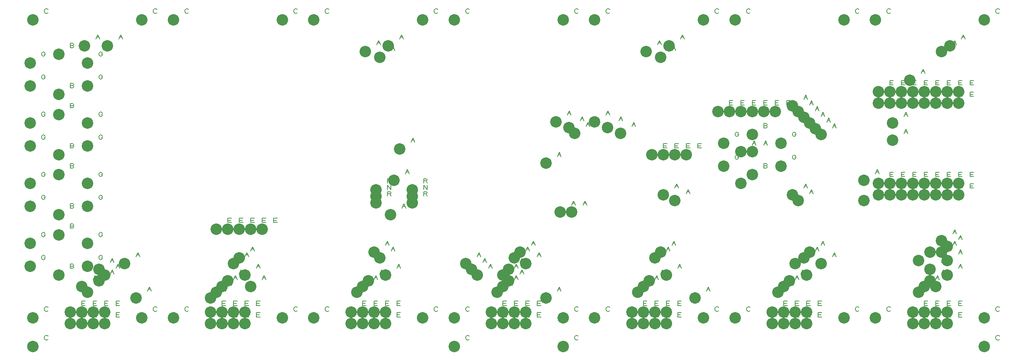
<source format=gbr>
G04 DesignSpark PCB Gerber Version 11.0 Build 5877*
G04 #@! TF.Part,Single*
G04 #@! TF.FileFunction,Drillmap*
G04 #@! TF.FilePolarity,Positive*
%FSLAX35Y35*%
%MOIN*%
%ADD18C,0.00500*%
G04 #@! TA.AperFunction,ViaPad*
%ADD17C,0.10000*%
G04 #@! TD.AperFunction*
X0Y0D02*
D02*
D17*
X17750Y90250D03*
Y110250D03*
Y142750D03*
Y162750D03*
Y195250D03*
Y215250D03*
Y247750D03*
Y267750D03*
X20250Y20250D03*
Y45250D03*
Y305250D03*
X42750Y82750D03*
Y117750D03*
Y135250D03*
Y170250D03*
Y187750D03*
Y222750D03*
Y240250D03*
Y275250D03*
X52750Y40250D03*
Y50250D03*
X62750Y40250D03*
Y50250D03*
Y72750D03*
X65250Y282750D03*
X67750Y67750D03*
Y90250D03*
Y110250D03*
Y142750D03*
Y162750D03*
Y195250D03*
Y215250D03*
Y247750D03*
Y267750D03*
X72750Y40250D03*
Y50250D03*
X77750Y77750D03*
Y87750D03*
X82750Y40250D03*
Y50250D03*
Y82750D03*
X85250Y282750D03*
X100250Y92750D03*
X110250Y62750D03*
X115250Y45250D03*
Y305250D03*
X142750Y45250D03*
Y305250D03*
X175250Y40250D03*
Y50250D03*
Y62750D03*
X180250Y67750D03*
D03*
Y122750D03*
X185250Y40250D03*
Y50250D03*
Y72750D03*
X190250Y77750D03*
Y122750D03*
X195250Y40250D03*
Y50250D03*
Y92750D03*
X200250Y97750D03*
Y122750D03*
X205250Y40250D03*
Y50250D03*
Y82750D03*
X210250Y72750D03*
Y122750D03*
X220250D03*
X237750Y45250D03*
Y305250D03*
X265250Y45250D03*
Y305250D03*
X297750Y40250D03*
Y50250D03*
X302750Y67750D03*
X307750Y40250D03*
Y50250D03*
Y72750D03*
X310250Y277750D03*
X312750Y77750D03*
X317750Y40250D03*
Y50250D03*
Y102750D03*
X319502Y145870D03*
Y151500D03*
Y157130D03*
X322750Y97750D03*
Y272750D03*
X327750Y40250D03*
Y50250D03*
Y82750D03*
X330250Y282750D03*
X332297Y135250D03*
X335250Y165250D03*
X340171Y192750D03*
X350998Y145870D03*
Y151500D03*
Y157130D03*
X360250Y45250D03*
Y305250D03*
X387750Y20250D03*
Y45250D03*
Y305250D03*
X397750Y92750D03*
X402750Y87750D03*
X407750Y82750D03*
X420250Y40250D03*
Y50250D03*
X425250Y67750D03*
X430250Y40250D03*
Y50250D03*
Y72750D03*
Y82750D03*
X435250Y77750D03*
Y87750D03*
X440250Y40250D03*
Y50250D03*
Y97750D03*
X445250Y102750D03*
X450250Y40250D03*
Y50250D03*
Y92750D03*
X467750Y62750D03*
Y180250D03*
X476500Y216500D03*
X480250Y137750D03*
X482750Y20250D03*
Y45250D03*
Y305250D03*
X487750Y211500D03*
X490250Y137750D03*
X492750Y206500D03*
X510250Y45250D03*
Y216500D03*
Y305250D03*
X521500Y211500D03*
X532750Y206500D03*
X542750Y40250D03*
Y50250D03*
X547750Y67750D03*
X552750Y40250D03*
Y50250D03*
Y72750D03*
X555250Y277750D03*
X557750Y77750D03*
X560250Y187750D03*
X562750Y40250D03*
Y50250D03*
Y97750D03*
X567750Y102750D03*
Y272750D03*
X570250Y152750D03*
Y187750D03*
X572750Y40250D03*
Y50250D03*
Y82750D03*
X575250Y282750D03*
X580250Y147750D03*
Y187750D03*
X590250D03*
X597750Y62750D03*
X605250Y45250D03*
Y305250D03*
X617750Y225250D03*
X622750Y177750D03*
Y197750D03*
X627750Y225250D03*
X632750Y45250D03*
Y305250D03*
X637750Y162750D03*
Y190250D03*
Y225250D03*
X647750Y170250D03*
Y190250D03*
Y205250D03*
Y225250D03*
X657750D03*
X665250Y40250D03*
Y50250D03*
X667750Y225250D03*
X670250Y67750D03*
X672750Y177750D03*
Y197750D03*
X675250Y40250D03*
Y50250D03*
Y72750D03*
X680250Y77750D03*
X682750Y152750D03*
Y230250D03*
X685250Y40250D03*
Y50250D03*
Y92750D03*
X687750Y147750D03*
Y225250D03*
X692750Y97750D03*
Y220250D03*
X695250Y40250D03*
Y50250D03*
Y82750D03*
X697750Y102750D03*
Y215250D03*
X702750Y210250D03*
X707750Y92750D03*
Y205250D03*
X727750Y45250D03*
Y305250D03*
X745250Y147750D03*
Y165250D03*
X755250Y45250D03*
Y305250D03*
X757750Y152750D03*
Y162750D03*
Y232750D03*
Y242750D03*
X767750Y152750D03*
Y162750D03*
Y232750D03*
Y242750D03*
X770250Y200250D03*
Y215250D03*
X777750Y152750D03*
Y162750D03*
Y232750D03*
Y242750D03*
X785250Y252750D03*
X787750Y40250D03*
Y50250D03*
Y152750D03*
Y162750D03*
Y232750D03*
Y242750D03*
X792750Y67750D03*
Y95250D03*
X797750Y40250D03*
Y50250D03*
Y72750D03*
Y152750D03*
Y162750D03*
Y232750D03*
Y242750D03*
X802750Y77750D03*
Y87750D03*
Y102750D03*
X807750Y40250D03*
Y50250D03*
Y72750D03*
Y152750D03*
Y162750D03*
Y232750D03*
Y242750D03*
X812750Y102750D03*
Y112750D03*
Y277750D03*
X817750Y40250D03*
Y50250D03*
Y82750D03*
Y95250D03*
Y107750D03*
Y152750D03*
Y162750D03*
Y232750D03*
Y242750D03*
X820250Y282750D03*
X827750Y152750D03*
Y162750D03*
Y232750D03*
Y242750D03*
X850250Y20250D03*
Y45250D03*
Y305250D03*
D02*
D18*
X29937Y97750D02*
X30875D01*
Y97437D01*
X30563Y96813D01*
X30250Y96500D01*
X29625Y96187D01*
X29000D01*
X28375Y96500D01*
X28063Y96813D01*
X27750Y97437D01*
Y98687D01*
X28063Y99313D01*
X28375Y99625D01*
X29000Y99937D01*
X29625D01*
X30250Y99625D01*
X30563Y99313D01*
X30875Y98687D01*
X29937Y117750D02*
X30875D01*
Y117437D01*
X30563Y116813D01*
X30250Y116500D01*
X29625Y116187D01*
X29000D01*
X28375Y116500D01*
X28063Y116813D01*
X27750Y117437D01*
Y118687D01*
X28063Y119313D01*
X28375Y119625D01*
X29000Y119937D01*
X29625D01*
X30250Y119625D01*
X30563Y119313D01*
X30875Y118687D01*
X29937Y150250D02*
X30875D01*
Y149937D01*
X30563Y149313D01*
X30250Y149000D01*
X29625Y148687D01*
X29000D01*
X28375Y149000D01*
X28063Y149313D01*
X27750Y149937D01*
Y151187D01*
X28063Y151813D01*
X28375Y152125D01*
X29000Y152437D01*
X29625D01*
X30250Y152125D01*
X30563Y151813D01*
X30875Y151187D01*
X29937Y170250D02*
X30875D01*
Y169937D01*
X30563Y169313D01*
X30250Y169000D01*
X29625Y168687D01*
X29000D01*
X28375Y169000D01*
X28063Y169313D01*
X27750Y169937D01*
Y171187D01*
X28063Y171813D01*
X28375Y172125D01*
X29000Y172437D01*
X29625D01*
X30250Y172125D01*
X30563Y171813D01*
X30875Y171187D01*
X29937Y202750D02*
X30875D01*
Y202437D01*
X30563Y201813D01*
X30250Y201500D01*
X29625Y201187D01*
X29000D01*
X28375Y201500D01*
X28063Y201813D01*
X27750Y202437D01*
Y203687D01*
X28063Y204313D01*
X28375Y204625D01*
X29000Y204937D01*
X29625D01*
X30250Y204625D01*
X30563Y204313D01*
X30875Y203687D01*
X29937Y222750D02*
X30875D01*
Y222437D01*
X30563Y221813D01*
X30250Y221500D01*
X29625Y221187D01*
X29000D01*
X28375Y221500D01*
X28063Y221813D01*
X27750Y222437D01*
Y223687D01*
X28063Y224313D01*
X28375Y224625D01*
X29000Y224937D01*
X29625D01*
X30250Y224625D01*
X30563Y224313D01*
X30875Y223687D01*
X29937Y255250D02*
X30875D01*
Y254937D01*
X30563Y254313D01*
X30250Y254000D01*
X29625Y253687D01*
X29000D01*
X28375Y254000D01*
X28063Y254313D01*
X27750Y254937D01*
Y256187D01*
X28063Y256813D01*
X28375Y257125D01*
X29000Y257437D01*
X29625D01*
X30250Y257125D01*
X30563Y256813D01*
X30875Y256187D01*
X29937Y275250D02*
X30875D01*
Y274937D01*
X30563Y274313D01*
X30250Y274000D01*
X29625Y273687D01*
X29000D01*
X28375Y274000D01*
X28063Y274313D01*
X27750Y274937D01*
Y276187D01*
X28063Y276813D01*
X28375Y277125D01*
X29000Y277437D01*
X29625D01*
X30250Y277125D01*
X30563Y276813D01*
X30875Y276187D01*
X33375Y26813D02*
X33063Y26500D01*
X32437Y26187D01*
X31500D01*
X30875Y26500D01*
X30563Y26813D01*
X30250Y27437D01*
Y28687D01*
X30563Y29313D01*
X30875Y29625D01*
X31500Y29937D01*
X32437D01*
X33063Y29625D01*
X33375Y29313D01*
Y51813D02*
X33063Y51500D01*
X32437Y51187D01*
X31500D01*
X30875Y51500D01*
X30563Y51813D01*
X30250Y52437D01*
Y53687D01*
X30563Y54313D01*
X30875Y54625D01*
X31500Y54937D01*
X32437D01*
X33063Y54625D01*
X33375Y54313D01*
Y311813D02*
X33063Y311500D01*
X32437Y311187D01*
X31500D01*
X30875Y311500D01*
X30563Y311813D01*
X30250Y312437D01*
Y313687D01*
X30563Y314313D01*
X30875Y314625D01*
X31500Y314937D01*
X32437D01*
X33063Y314625D01*
X33375Y314313D01*
X54937Y90563D02*
X55563Y90250D01*
X55875Y89625D01*
X55563Y89000D01*
X54937Y88687D01*
X52750D01*
Y92437D01*
X54937D01*
X55563Y92125D01*
X55875Y91500D01*
X55563Y90875D01*
X54937Y90563D01*
X52750D01*
X54937Y125563D02*
X55563Y125250D01*
X55875Y124625D01*
X55563Y124000D01*
X54937Y123687D01*
X52750D01*
Y127437D01*
X54937D01*
X55563Y127125D01*
X55875Y126500D01*
X55563Y125875D01*
X54937Y125563D01*
X52750D01*
X54937Y143063D02*
X55563Y142750D01*
X55875Y142125D01*
X55563Y141500D01*
X54937Y141187D01*
X52750D01*
Y144937D01*
X54937D01*
X55563Y144625D01*
X55875Y144000D01*
X55563Y143375D01*
X54937Y143063D01*
X52750D01*
X54937Y178063D02*
X55563Y177750D01*
X55875Y177125D01*
X55563Y176500D01*
X54937Y176187D01*
X52750D01*
Y179937D01*
X54937D01*
X55563Y179625D01*
X55875Y179000D01*
X55563Y178375D01*
X54937Y178063D01*
X52750D01*
X54937Y195563D02*
X55563Y195250D01*
X55875Y194625D01*
X55563Y194000D01*
X54937Y193687D01*
X52750D01*
Y197437D01*
X54937D01*
X55563Y197125D01*
X55875Y196500D01*
X55563Y195875D01*
X54937Y195563D01*
X52750D01*
X54937Y230563D02*
X55563Y230250D01*
X55875Y229625D01*
X55563Y229000D01*
X54937Y228687D01*
X52750D01*
Y232437D01*
X54937D01*
X55563Y232125D01*
X55875Y231500D01*
X55563Y230875D01*
X54937Y230563D01*
X52750D01*
X54937Y248063D02*
X55563Y247750D01*
X55875Y247125D01*
X55563Y246500D01*
X54937Y246187D01*
X52750D01*
Y249937D01*
X54937D01*
X55563Y249625D01*
X55875Y249000D01*
X55563Y248375D01*
X54937Y248063D01*
X52750D01*
X54937Y283063D02*
X55563Y282750D01*
X55875Y282125D01*
X55563Y281500D01*
X54937Y281187D01*
X52750D01*
Y284937D01*
X54937D01*
X55563Y284625D01*
X55875Y284000D01*
X55563Y283375D01*
X54937Y283063D01*
X52750D01*
X62750Y46187D02*
Y49937D01*
X65875D01*
X65250Y48063D02*
X62750D01*
Y46187D02*
X65875D01*
X62750Y56187D02*
Y59937D01*
X65875D01*
X65250Y58063D02*
X62750D01*
Y56187D02*
X65875D01*
X72750Y46187D02*
Y49937D01*
X75875D01*
X75250Y48063D02*
X72750D01*
Y46187D02*
X75875D01*
X72750Y56187D02*
Y59937D01*
X75875D01*
X75250Y58063D02*
X72750D01*
Y56187D02*
X75875D01*
X72750Y78687D02*
X74313Y82437D01*
X75875Y78687D01*
X73375Y80250D02*
X75250D01*
Y288687D02*
X76813Y292437D01*
X78375Y288687D01*
X75875Y290250D02*
X77750D01*
Y73687D02*
X79313Y77437D01*
X80875Y73687D01*
X78375Y75250D02*
X80250D01*
X79937Y97750D02*
X80875D01*
Y97437D01*
X80563Y96813D01*
X80250Y96500D01*
X79625Y96187D01*
X79000D01*
X78375Y96500D01*
X78063Y96813D01*
X77750Y97437D01*
Y98687D01*
X78063Y99313D01*
X78375Y99625D01*
X79000Y99937D01*
X79625D01*
X80250Y99625D01*
X80563Y99313D01*
X80875Y98687D01*
X79937Y117750D02*
X80875D01*
Y117437D01*
X80563Y116813D01*
X80250Y116500D01*
X79625Y116187D01*
X79000D01*
X78375Y116500D01*
X78063Y116813D01*
X77750Y117437D01*
Y118687D01*
X78063Y119313D01*
X78375Y119625D01*
X79000Y119937D01*
X79625D01*
X80250Y119625D01*
X80563Y119313D01*
X80875Y118687D01*
X79937Y150250D02*
X80875D01*
Y149937D01*
X80563Y149313D01*
X80250Y149000D01*
X79625Y148687D01*
X79000D01*
X78375Y149000D01*
X78063Y149313D01*
X77750Y149937D01*
Y151187D01*
X78063Y151813D01*
X78375Y152125D01*
X79000Y152437D01*
X79625D01*
X80250Y152125D01*
X80563Y151813D01*
X80875Y151187D01*
X79937Y170250D02*
X80875D01*
Y169937D01*
X80563Y169313D01*
X80250Y169000D01*
X79625Y168687D01*
X79000D01*
X78375Y169000D01*
X78063Y169313D01*
X77750Y169937D01*
Y171187D01*
X78063Y171813D01*
X78375Y172125D01*
X79000Y172437D01*
X79625D01*
X80250Y172125D01*
X80563Y171813D01*
X80875Y171187D01*
X79937Y202750D02*
X80875D01*
Y202437D01*
X80563Y201813D01*
X80250Y201500D01*
X79625Y201187D01*
X79000D01*
X78375Y201500D01*
X78063Y201813D01*
X77750Y202437D01*
Y203687D01*
X78063Y204313D01*
X78375Y204625D01*
X79000Y204937D01*
X79625D01*
X80250Y204625D01*
X80563Y204313D01*
X80875Y203687D01*
X79937Y222750D02*
X80875D01*
Y222437D01*
X80563Y221813D01*
X80250Y221500D01*
X79625Y221187D01*
X79000D01*
X78375Y221500D01*
X78063Y221813D01*
X77750Y222437D01*
Y223687D01*
X78063Y224313D01*
X78375Y224625D01*
X79000Y224937D01*
X79625D01*
X80250Y224625D01*
X80563Y224313D01*
X80875Y223687D01*
X79937Y255250D02*
X80875D01*
Y254937D01*
X80563Y254313D01*
X80250Y254000D01*
X79625Y253687D01*
X79000D01*
X78375Y254000D01*
X78063Y254313D01*
X77750Y254937D01*
Y256187D01*
X78063Y256813D01*
X78375Y257125D01*
X79000Y257437D01*
X79625D01*
X80250Y257125D01*
X80563Y256813D01*
X80875Y256187D01*
X79937Y275250D02*
X80875D01*
Y274937D01*
X80563Y274313D01*
X80250Y274000D01*
X79625Y273687D01*
X79000D01*
X78375Y274000D01*
X78063Y274313D01*
X77750Y274937D01*
Y276187D01*
X78063Y276813D01*
X78375Y277125D01*
X79000Y277437D01*
X79625D01*
X80250Y277125D01*
X80563Y276813D01*
X80875Y276187D01*
X82750Y46187D02*
Y49937D01*
X85875D01*
X85250Y48063D02*
X82750D01*
Y46187D02*
X85875D01*
X82750Y56187D02*
Y59937D01*
X85875D01*
X85250Y58063D02*
X82750D01*
Y56187D02*
X85875D01*
X87750Y83687D02*
X89313Y87437D01*
X90875Y83687D01*
X88375Y85250D02*
X90250D01*
X87750Y93687D02*
X89313Y97437D01*
X90875Y93687D01*
X88375Y95250D02*
X90250D01*
X92750Y46187D02*
Y49937D01*
X95875D01*
X95250Y48063D02*
X92750D01*
Y46187D02*
X95875D01*
X92750Y56187D02*
Y59937D01*
X95875D01*
X95250Y58063D02*
X92750D01*
Y56187D02*
X95875D01*
X92750Y88687D02*
X94313Y92437D01*
X95875Y88687D01*
X93375Y90250D02*
X95250D01*
Y288687D02*
X96813Y292437D01*
X98375Y288687D01*
X95875Y290250D02*
X97750D01*
X110250Y98687D02*
X111813Y102437D01*
X113375Y98687D01*
X110875Y100250D02*
X112750D01*
X120250Y68687D02*
X121813Y72437D01*
X123375Y68687D01*
X120875Y70250D02*
X122750D01*
X128375Y51813D02*
X128063Y51500D01*
X127437Y51187D01*
X126500D01*
X125875Y51500D01*
X125563Y51813D01*
X125250Y52437D01*
Y53687D01*
X125563Y54313D01*
X125875Y54625D01*
X126500Y54937D01*
X127437D01*
X128063Y54625D01*
X128375Y54313D01*
Y311813D02*
X128063Y311500D01*
X127437Y311187D01*
X126500D01*
X125875Y311500D01*
X125563Y311813D01*
X125250Y312437D01*
Y313687D01*
X125563Y314313D01*
X125875Y314625D01*
X126500Y314937D01*
X127437D01*
X128063Y314625D01*
X128375Y314313D01*
X155875Y51813D02*
X155563Y51500D01*
X154937Y51187D01*
X154000D01*
X153375Y51500D01*
X153063Y51813D01*
X152750Y52437D01*
Y53687D01*
X153063Y54313D01*
X153375Y54625D01*
X154000Y54937D01*
X154937D01*
X155563Y54625D01*
X155875Y54313D01*
Y311813D02*
X155563Y311500D01*
X154937Y311187D01*
X154000D01*
X153375Y311500D01*
X153063Y311813D01*
X152750Y312437D01*
Y313687D01*
X153063Y314313D01*
X153375Y314625D01*
X154000Y314937D01*
X154937D01*
X155563Y314625D01*
X155875Y314313D01*
X185250Y46187D02*
Y49937D01*
X188375D01*
X187750Y48063D02*
X185250D01*
Y46187D02*
X188375D01*
X185250Y56187D02*
Y59937D01*
X188375D01*
X187750Y58063D02*
X185250D01*
Y56187D02*
X188375D01*
X185250Y68687D02*
X186813Y72437D01*
X188375Y68687D01*
X185875Y70250D02*
X187750D01*
X190250Y73687D02*
X191813Y77437D01*
X193375Y73687D01*
X190875Y75250D02*
X192750D01*
X190250Y73687D02*
X191813Y77437D01*
X193375Y73687D01*
X190875Y75250D02*
X192750D01*
X190250Y128687D02*
Y132437D01*
X193375D01*
X192750Y130563D02*
X190250D01*
Y128687D02*
X193375D01*
X195250Y46187D02*
Y49937D01*
X198375D01*
X197750Y48063D02*
X195250D01*
Y46187D02*
X198375D01*
X195250Y56187D02*
Y59937D01*
X198375D01*
X197750Y58063D02*
X195250D01*
Y56187D02*
X198375D01*
X195250Y78687D02*
X196813Y82437D01*
X198375Y78687D01*
X195875Y80250D02*
X197750D01*
X200250Y83687D02*
X201813Y87437D01*
X203375Y83687D01*
X200875Y85250D02*
X202750D01*
X200250Y128687D02*
Y132437D01*
X203375D01*
X202750Y130563D02*
X200250D01*
Y128687D02*
X203375D01*
X205250Y46187D02*
Y49937D01*
X208375D01*
X207750Y48063D02*
X205250D01*
Y46187D02*
X208375D01*
X205250Y56187D02*
Y59937D01*
X208375D01*
X207750Y58063D02*
X205250D01*
Y56187D02*
X208375D01*
X205250Y98687D02*
X206813Y102437D01*
X208375Y98687D01*
X205875Y100250D02*
X207750D01*
X210250Y103687D02*
X211813Y107437D01*
X213375Y103687D01*
X210875Y105250D02*
X212750D01*
X210250Y128687D02*
Y132437D01*
X213375D01*
X212750Y130563D02*
X210250D01*
Y128687D02*
X213375D01*
X215250Y46187D02*
Y49937D01*
X218375D01*
X217750Y48063D02*
X215250D01*
Y46187D02*
X218375D01*
X215250Y56187D02*
Y59937D01*
X218375D01*
X217750Y58063D02*
X215250D01*
Y56187D02*
X218375D01*
X215250Y88687D02*
X216813Y92437D01*
X218375Y88687D01*
X215875Y90250D02*
X217750D01*
X220250Y78687D02*
X221813Y82437D01*
X223375Y78687D01*
X220875Y80250D02*
X222750D01*
X220250Y128687D02*
Y132437D01*
X223375D01*
X222750Y130563D02*
X220250D01*
Y128687D02*
X223375D01*
X230250D02*
Y132437D01*
X233375D01*
X232750Y130563D02*
X230250D01*
Y128687D02*
X233375D01*
X250875Y51813D02*
X250563Y51500D01*
X249937Y51187D01*
X249000D01*
X248375Y51500D01*
X248063Y51813D01*
X247750Y52437D01*
Y53687D01*
X248063Y54313D01*
X248375Y54625D01*
X249000Y54937D01*
X249937D01*
X250563Y54625D01*
X250875Y54313D01*
Y311813D02*
X250563Y311500D01*
X249937Y311187D01*
X249000D01*
X248375Y311500D01*
X248063Y311813D01*
X247750Y312437D01*
Y313687D01*
X248063Y314313D01*
X248375Y314625D01*
X249000Y314937D01*
X249937D01*
X250563Y314625D01*
X250875Y314313D01*
X278375Y51813D02*
X278063Y51500D01*
X277437Y51187D01*
X276500D01*
X275875Y51500D01*
X275563Y51813D01*
X275250Y52437D01*
Y53687D01*
X275563Y54313D01*
X275875Y54625D01*
X276500Y54937D01*
X277437D01*
X278063Y54625D01*
X278375Y54313D01*
Y311813D02*
X278063Y311500D01*
X277437Y311187D01*
X276500D01*
X275875Y311500D01*
X275563Y311813D01*
X275250Y312437D01*
Y313687D01*
X275563Y314313D01*
X275875Y314625D01*
X276500Y314937D01*
X277437D01*
X278063Y314625D01*
X278375Y314313D01*
X307750Y46187D02*
Y49937D01*
X310875D01*
X310250Y48063D02*
X307750D01*
Y46187D02*
X310875D01*
X307750Y56187D02*
Y59937D01*
X310875D01*
X310250Y58063D02*
X307750D01*
Y56187D02*
X310875D01*
X312750Y73687D02*
X314313Y77437D01*
X315875Y73687D01*
X313375Y75250D02*
X315250D01*
X317750Y46187D02*
Y49937D01*
X320875D01*
X320250Y48063D02*
X317750D01*
Y46187D02*
X320875D01*
X317750Y56187D02*
Y59937D01*
X320875D01*
X320250Y58063D02*
X317750D01*
Y56187D02*
X320875D01*
X317750Y78687D02*
X319313Y82437D01*
X320875Y78687D01*
X318375Y80250D02*
X320250D01*
Y283687D02*
X321813Y287437D01*
X323375Y283687D01*
X320875Y285250D02*
X322750D01*
Y83687D02*
X324313Y87437D01*
X325875Y83687D01*
X323375Y85250D02*
X325250D01*
X327750Y46187D02*
Y49937D01*
X330875D01*
X330250Y48063D02*
X327750D01*
Y46187D02*
X330875D01*
X327750Y56187D02*
Y59937D01*
X330875D01*
X330250Y58063D02*
X327750D01*
Y56187D02*
X330875D01*
X327750Y108687D02*
X329313Y112437D01*
X330875Y108687D01*
X328375Y110250D02*
X330250D01*
X329502Y151807D02*
Y155557D01*
X331689D01*
X332315Y155245D01*
X332627Y154620D01*
X332315Y153995D01*
X331689Y153683D01*
X329502D01*
X331689D02*
X332627Y151807D01*
X329502Y157437D02*
Y161187D01*
X332627Y157437D01*
Y161187D01*
X329502Y163067D02*
Y166817D01*
X331689D01*
X332315Y166505D01*
X332627Y165880D01*
X332315Y165255D01*
X331689Y164943D01*
X329502D01*
X331689D02*
X332627Y163067D01*
X332750Y103687D02*
X334313Y107437D01*
X335875Y103687D01*
X333375Y105250D02*
X335250D01*
X332750Y278687D02*
X334313Y282437D01*
X335875Y278687D01*
X333375Y280250D02*
X335250D01*
X337750Y46187D02*
Y49937D01*
X340875D01*
X340250Y48063D02*
X337750D01*
Y46187D02*
X340875D01*
X337750Y56187D02*
Y59937D01*
X340875D01*
X340250Y58063D02*
X337750D01*
Y56187D02*
X340875D01*
X337750Y88687D02*
X339313Y92437D01*
X340875Y88687D01*
X338375Y90250D02*
X340250D01*
Y288687D02*
X341813Y292437D01*
X343375Y288687D01*
X340875Y290250D02*
X342750D01*
X342297Y141187D02*
X343860Y144937D01*
X345422Y141187D01*
X342922Y142750D02*
X344797D01*
X345250Y171187D02*
X346813Y174937D01*
X348375Y171187D01*
X345875Y172750D02*
X347750D01*
X350171Y198687D02*
X351734Y202437D01*
X353296Y198687D01*
X350796Y200250D02*
X352671D01*
X360998Y151807D02*
Y155557D01*
X363185D01*
X363811Y155245D01*
X364123Y154620D01*
X363811Y153995D01*
X363185Y153683D01*
X360998D01*
X363185D02*
X364123Y151807D01*
X360998Y157437D02*
Y161187D01*
X364123Y157437D01*
Y161187D01*
X360998Y163067D02*
Y166817D01*
X363185D01*
X363811Y166505D01*
X364123Y165880D01*
X363811Y165255D01*
X363185Y164943D01*
X360998D01*
X363185D02*
X364123Y163067D01*
X373375Y51813D02*
X373063Y51500D01*
X372437Y51187D01*
X371500D01*
X370875Y51500D01*
X370563Y51813D01*
X370250Y52437D01*
Y53687D01*
X370563Y54313D01*
X370875Y54625D01*
X371500Y54937D01*
X372437D01*
X373063Y54625D01*
X373375Y54313D01*
Y311813D02*
X373063Y311500D01*
X372437Y311187D01*
X371500D01*
X370875Y311500D01*
X370563Y311813D01*
X370250Y312437D01*
Y313687D01*
X370563Y314313D01*
X370875Y314625D01*
X371500Y314937D01*
X372437D01*
X373063Y314625D01*
X373375Y314313D01*
X400875Y26813D02*
X400563Y26500D01*
X399937Y26187D01*
X399000D01*
X398375Y26500D01*
X398063Y26813D01*
X397750Y27437D01*
Y28687D01*
X398063Y29313D01*
X398375Y29625D01*
X399000Y29937D01*
X399937D01*
X400563Y29625D01*
X400875Y29313D01*
Y51813D02*
X400563Y51500D01*
X399937Y51187D01*
X399000D01*
X398375Y51500D01*
X398063Y51813D01*
X397750Y52437D01*
Y53687D01*
X398063Y54313D01*
X398375Y54625D01*
X399000Y54937D01*
X399937D01*
X400563Y54625D01*
X400875Y54313D01*
Y311813D02*
X400563Y311500D01*
X399937Y311187D01*
X399000D01*
X398375Y311500D01*
X398063Y311813D01*
X397750Y312437D01*
Y313687D01*
X398063Y314313D01*
X398375Y314625D01*
X399000Y314937D01*
X399937D01*
X400563Y314625D01*
X400875Y314313D01*
X407750Y98687D02*
X409313Y102437D01*
X410875Y98687D01*
X408375Y100250D02*
X410250D01*
X412750Y93687D02*
X414313Y97437D01*
X415875Y93687D01*
X413375Y95250D02*
X415250D01*
X417750Y88687D02*
X419313Y92437D01*
X420875Y88687D01*
X418375Y90250D02*
X420250D01*
X430250Y46187D02*
Y49937D01*
X433375D01*
X432750Y48063D02*
X430250D01*
Y46187D02*
X433375D01*
X430250Y56187D02*
Y59937D01*
X433375D01*
X432750Y58063D02*
X430250D01*
Y56187D02*
X433375D01*
X435250Y73687D02*
X436813Y77437D01*
X438375Y73687D01*
X435875Y75250D02*
X437750D01*
X440250Y46187D02*
Y49937D01*
X443375D01*
X442750Y48063D02*
X440250D01*
Y46187D02*
X443375D01*
X440250Y56187D02*
Y59937D01*
X443375D01*
X442750Y58063D02*
X440250D01*
Y56187D02*
X443375D01*
X440250Y78687D02*
X441813Y82437D01*
X443375Y78687D01*
X440875Y80250D02*
X442750D01*
X440250Y88687D02*
X441813Y92437D01*
X443375Y88687D01*
X440875Y90250D02*
X442750D01*
X445250Y83687D02*
X446813Y87437D01*
X448375Y83687D01*
X445875Y85250D02*
X447750D01*
X445250Y93687D02*
X446813Y97437D01*
X448375Y93687D01*
X445875Y95250D02*
X447750D01*
X450250Y46187D02*
Y49937D01*
X453375D01*
X452750Y48063D02*
X450250D01*
Y46187D02*
X453375D01*
X450250Y56187D02*
Y59937D01*
X453375D01*
X452750Y58063D02*
X450250D01*
Y56187D02*
X453375D01*
X450250Y103687D02*
X451813Y107437D01*
X453375Y103687D01*
X450875Y105250D02*
X452750D01*
X455250Y108687D02*
X456813Y112437D01*
X458375Y108687D01*
X455875Y110250D02*
X457750D01*
X460250Y46187D02*
Y49937D01*
X463375D01*
X462750Y48063D02*
X460250D01*
Y46187D02*
X463375D01*
X460250Y56187D02*
Y59937D01*
X463375D01*
X462750Y58063D02*
X460250D01*
Y56187D02*
X463375D01*
X460250Y98687D02*
X461813Y102437D01*
X463375Y98687D01*
X460875Y100250D02*
X462750D01*
X477750Y68687D02*
X479313Y72437D01*
X480875Y68687D01*
X478375Y70250D02*
X480250D01*
X477750Y186187D02*
X479313Y189937D01*
X480875Y186187D01*
X478375Y187750D02*
X480250D01*
X486500Y222437D02*
X488063Y226187D01*
X489625Y222437D01*
X487125Y224000D02*
X489000D01*
X490250Y143687D02*
X491813Y147437D01*
X493375Y143687D01*
X490875Y145250D02*
X492750D01*
X495875Y26813D02*
X495563Y26500D01*
X494937Y26187D01*
X494000D01*
X493375Y26500D01*
X493063Y26813D01*
X492750Y27437D01*
Y28687D01*
X493063Y29313D01*
X493375Y29625D01*
X494000Y29937D01*
X494937D01*
X495563Y29625D01*
X495875Y29313D01*
Y51813D02*
X495563Y51500D01*
X494937Y51187D01*
X494000D01*
X493375Y51500D01*
X493063Y51813D01*
X492750Y52437D01*
Y53687D01*
X493063Y54313D01*
X493375Y54625D01*
X494000Y54937D01*
X494937D01*
X495563Y54625D01*
X495875Y54313D01*
Y311813D02*
X495563Y311500D01*
X494937Y311187D01*
X494000D01*
X493375Y311500D01*
X493063Y311813D01*
X492750Y312437D01*
Y313687D01*
X493063Y314313D01*
X493375Y314625D01*
X494000Y314937D01*
X494937D01*
X495563Y314625D01*
X495875Y314313D01*
X497750Y217437D02*
X499313Y221187D01*
X500875Y217437D01*
X498375Y219000D02*
X500250D01*
Y143687D02*
X501813Y147437D01*
X503375Y143687D01*
X500875Y145250D02*
X502750D01*
Y212437D02*
X504313Y216187D01*
X505875Y212437D01*
X503375Y214000D02*
X505250D01*
X523375Y51813D02*
X523063Y51500D01*
X522437Y51187D01*
X521500D01*
X520875Y51500D01*
X520563Y51813D01*
X520250Y52437D01*
Y53687D01*
X520563Y54313D01*
X520875Y54625D01*
X521500Y54937D01*
X522437D01*
X523063Y54625D01*
X523375Y54313D01*
X520250Y222437D02*
X521813Y226187D01*
X523375Y222437D01*
X520875Y224000D02*
X522750D01*
X523375Y311813D02*
X523063Y311500D01*
X522437Y311187D01*
X521500D01*
X520875Y311500D01*
X520563Y311813D01*
X520250Y312437D01*
Y313687D01*
X520563Y314313D01*
X520875Y314625D01*
X521500Y314937D01*
X522437D01*
X523063Y314625D01*
X523375Y314313D01*
X531500Y217437D02*
X533063Y221187D01*
X534625Y217437D01*
X532125Y219000D02*
X534000D01*
X542750Y212437D02*
X544313Y216187D01*
X545875Y212437D01*
X543375Y214000D02*
X545250D01*
X552750Y46187D02*
Y49937D01*
X555875D01*
X555250Y48063D02*
X552750D01*
Y46187D02*
X555875D01*
X552750Y56187D02*
Y59937D01*
X555875D01*
X555250Y58063D02*
X552750D01*
Y56187D02*
X555875D01*
X557750Y73687D02*
X559313Y77437D01*
X560875Y73687D01*
X558375Y75250D02*
X560250D01*
X562750Y46187D02*
Y49937D01*
X565875D01*
X565250Y48063D02*
X562750D01*
Y46187D02*
X565875D01*
X562750Y56187D02*
Y59937D01*
X565875D01*
X565250Y58063D02*
X562750D01*
Y56187D02*
X565875D01*
X562750Y78687D02*
X564313Y82437D01*
X565875Y78687D01*
X563375Y80250D02*
X565250D01*
Y283687D02*
X566813Y287437D01*
X568375Y283687D01*
X565875Y285250D02*
X567750D01*
Y83687D02*
X569313Y87437D01*
X570875Y83687D01*
X568375Y85250D02*
X570250D01*
Y193687D02*
Y197437D01*
X573375D01*
X572750Y195563D02*
X570250D01*
Y193687D02*
X573375D01*
X572750Y46187D02*
Y49937D01*
X575875D01*
X575250Y48063D02*
X572750D01*
Y46187D02*
X575875D01*
X572750Y56187D02*
Y59937D01*
X575875D01*
X575250Y58063D02*
X572750D01*
Y56187D02*
X575875D01*
X572750Y103687D02*
X574313Y107437D01*
X575875Y103687D01*
X573375Y105250D02*
X575250D01*
X577750Y108687D02*
X579313Y112437D01*
X580875Y108687D01*
X578375Y110250D02*
X580250D01*
X577750Y278687D02*
X579313Y282437D01*
X580875Y278687D01*
X578375Y280250D02*
X580250D01*
Y158687D02*
X581813Y162437D01*
X583375Y158687D01*
X580875Y160250D02*
X582750D01*
X580250Y193687D02*
Y197437D01*
X583375D01*
X582750Y195563D02*
X580250D01*
Y193687D02*
X583375D01*
X582750Y46187D02*
Y49937D01*
X585875D01*
X585250Y48063D02*
X582750D01*
Y46187D02*
X585875D01*
X582750Y56187D02*
Y59937D01*
X585875D01*
X585250Y58063D02*
X582750D01*
Y56187D02*
X585875D01*
X582750Y88687D02*
X584313Y92437D01*
X585875Y88687D01*
X583375Y90250D02*
X585250D01*
Y288687D02*
X586813Y292437D01*
X588375Y288687D01*
X585875Y290250D02*
X587750D01*
X590250Y153687D02*
X591813Y157437D01*
X593375Y153687D01*
X590875Y155250D02*
X592750D01*
X590250Y193687D02*
Y197437D01*
X593375D01*
X592750Y195563D02*
X590250D01*
Y193687D02*
X593375D01*
X600250D02*
Y197437D01*
X603375D01*
X602750Y195563D02*
X600250D01*
Y193687D02*
X603375D01*
X607750Y68687D02*
X609313Y72437D01*
X610875Y68687D01*
X608375Y70250D02*
X610250D01*
X618375Y51813D02*
X618063Y51500D01*
X617437Y51187D01*
X616500D01*
X615875Y51500D01*
X615563Y51813D01*
X615250Y52437D01*
Y53687D01*
X615563Y54313D01*
X615875Y54625D01*
X616500Y54937D01*
X617437D01*
X618063Y54625D01*
X618375Y54313D01*
Y311813D02*
X618063Y311500D01*
X617437Y311187D01*
X616500D01*
X615875Y311500D01*
X615563Y311813D01*
X615250Y312437D01*
Y313687D01*
X615563Y314313D01*
X615875Y314625D01*
X616500Y314937D01*
X617437D01*
X618063Y314625D01*
X618375Y314313D01*
X627750Y231187D02*
Y234937D01*
X630875D01*
X630250Y233063D02*
X627750D01*
Y231187D02*
X630875D01*
X634937Y185250D02*
X635875D01*
Y184937D01*
X635563Y184313D01*
X635250Y184000D01*
X634625Y183687D01*
X634000D01*
X633375Y184000D01*
X633063Y184313D01*
X632750Y184937D01*
Y186187D01*
X633063Y186813D01*
X633375Y187125D01*
X634000Y187437D01*
X634625D01*
X635250Y187125D01*
X635563Y186813D01*
X635875Y186187D01*
X634937Y205250D02*
X635875D01*
Y204937D01*
X635563Y204313D01*
X635250Y204000D01*
X634625Y203687D01*
X634000D01*
X633375Y204000D01*
X633063Y204313D01*
X632750Y204937D01*
Y206187D01*
X633063Y206813D01*
X633375Y207125D01*
X634000Y207437D01*
X634625D01*
X635250Y207125D01*
X635563Y206813D01*
X635875Y206187D01*
X637750Y231187D02*
Y234937D01*
X640875D01*
X640250Y233063D02*
X637750D01*
Y231187D02*
X640875D01*
X645875Y51813D02*
X645563Y51500D01*
X644937Y51187D01*
X644000D01*
X643375Y51500D01*
X643063Y51813D01*
X642750Y52437D01*
Y53687D01*
X643063Y54313D01*
X643375Y54625D01*
X644000Y54937D01*
X644937D01*
X645563Y54625D01*
X645875Y54313D01*
Y311813D02*
X645563Y311500D01*
X644937Y311187D01*
X644000D01*
X643375Y311500D01*
X643063Y311813D01*
X642750Y312437D01*
Y313687D01*
X643063Y314313D01*
X643375Y314625D01*
X644000Y314937D01*
X644937D01*
X645563Y314625D01*
X645875Y314313D01*
X647750Y168687D02*
X649313Y172437D01*
X650875Y168687D01*
X648375Y170250D02*
X650250D01*
X647750Y196187D02*
X649313Y199937D01*
X650875Y196187D01*
X648375Y197750D02*
X650250D01*
X647750Y231187D02*
Y234937D01*
X650875D01*
X650250Y233063D02*
X647750D01*
Y231187D02*
X650875D01*
X659937Y178063D02*
X660563Y177750D01*
X660875Y177125D01*
X660563Y176500D01*
X659937Y176187D01*
X657750D01*
Y179937D01*
X659937D01*
X660563Y179625D01*
X660875Y179000D01*
X660563Y178375D01*
X659937Y178063D01*
X657750D01*
Y196187D02*
X659313Y199937D01*
X660875Y196187D01*
X658375Y197750D02*
X660250D01*
X659937Y213063D02*
X660563Y212750D01*
X660875Y212125D01*
X660563Y211500D01*
X659937Y211187D01*
X657750D01*
Y214937D01*
X659937D01*
X660563Y214625D01*
X660875Y214000D01*
X660563Y213375D01*
X659937Y213063D01*
X657750D01*
Y231187D02*
Y234937D01*
X660875D01*
X660250Y233063D02*
X657750D01*
Y231187D02*
X660875D01*
X667750D02*
Y234937D01*
X670875D01*
X670250Y233063D02*
X667750D01*
Y231187D02*
X670875D01*
X675250Y46187D02*
Y49937D01*
X678375D01*
X677750Y48063D02*
X675250D01*
Y46187D02*
X678375D01*
X675250Y56187D02*
Y59937D01*
X678375D01*
X677750Y58063D02*
X675250D01*
Y56187D02*
X678375D01*
X677750Y231187D02*
Y234937D01*
X680875D01*
X680250Y233063D02*
X677750D01*
Y231187D02*
X680875D01*
X680250Y73687D02*
X681813Y77437D01*
X683375Y73687D01*
X680875Y75250D02*
X682750D01*
X684937Y185250D02*
X685875D01*
Y184937D01*
X685563Y184313D01*
X685250Y184000D01*
X684625Y183687D01*
X684000D01*
X683375Y184000D01*
X683063Y184313D01*
X682750Y184937D01*
Y186187D01*
X683063Y186813D01*
X683375Y187125D01*
X684000Y187437D01*
X684625D01*
X685250Y187125D01*
X685563Y186813D01*
X685875Y186187D01*
X684937Y205250D02*
X685875D01*
Y204937D01*
X685563Y204313D01*
X685250Y204000D01*
X684625Y203687D01*
X684000D01*
X683375Y204000D01*
X683063Y204313D01*
X682750Y204937D01*
Y206187D01*
X683063Y206813D01*
X683375Y207125D01*
X684000Y207437D01*
X684625D01*
X685250Y207125D01*
X685563Y206813D01*
X685875Y206187D01*
X685250Y46187D02*
Y49937D01*
X688375D01*
X687750Y48063D02*
X685250D01*
Y46187D02*
X688375D01*
X685250Y56187D02*
Y59937D01*
X688375D01*
X687750Y58063D02*
X685250D01*
Y56187D02*
X688375D01*
X685250Y78687D02*
X686813Y82437D01*
X688375Y78687D01*
X685875Y80250D02*
X687750D01*
X690250Y83687D02*
X691813Y87437D01*
X693375Y83687D01*
X690875Y85250D02*
X692750D01*
Y158687D02*
X694313Y162437D01*
X695875Y158687D01*
X693375Y160250D02*
X695250D01*
X692750Y236187D02*
X694313Y239937D01*
X695875Y236187D01*
X693375Y237750D02*
X695250D01*
Y46187D02*
Y49937D01*
X698375D01*
X697750Y48063D02*
X695250D01*
Y46187D02*
X698375D01*
X695250Y56187D02*
Y59937D01*
X698375D01*
X697750Y58063D02*
X695250D01*
Y56187D02*
X698375D01*
X695250Y98687D02*
X696813Y102437D01*
X698375Y98687D01*
X695875Y100250D02*
X697750D01*
Y153687D02*
X699313Y157437D01*
X700875Y153687D01*
X698375Y155250D02*
X700250D01*
X697750Y231187D02*
X699313Y234937D01*
X700875Y231187D01*
X698375Y232750D02*
X700250D01*
X702750Y103687D02*
X704313Y107437D01*
X705875Y103687D01*
X703375Y105250D02*
X705250D01*
X702750Y226187D02*
X704313Y229937D01*
X705875Y226187D01*
X703375Y227750D02*
X705250D01*
Y46187D02*
Y49937D01*
X708375D01*
X707750Y48063D02*
X705250D01*
Y46187D02*
X708375D01*
X705250Y56187D02*
Y59937D01*
X708375D01*
X707750Y58063D02*
X705250D01*
Y56187D02*
X708375D01*
X705250Y88687D02*
X706813Y92437D01*
X708375Y88687D01*
X705875Y90250D02*
X707750D01*
Y108687D02*
X709313Y112437D01*
X710875Y108687D01*
X708375Y110250D02*
X710250D01*
X707750Y221187D02*
X709313Y224937D01*
X710875Y221187D01*
X708375Y222750D02*
X710250D01*
X712750Y216187D02*
X714313Y219937D01*
X715875Y216187D01*
X713375Y217750D02*
X715250D01*
X717750Y98687D02*
X719313Y102437D01*
X720875Y98687D01*
X718375Y100250D02*
X720250D01*
X717750Y211187D02*
X719313Y214937D01*
X720875Y211187D01*
X718375Y212750D02*
X720250D01*
X740875Y51813D02*
X740563Y51500D01*
X739937Y51187D01*
X739000D01*
X738375Y51500D01*
X738063Y51813D01*
X737750Y52437D01*
Y53687D01*
X738063Y54313D01*
X738375Y54625D01*
X739000Y54937D01*
X739937D01*
X740563Y54625D01*
X740875Y54313D01*
Y311813D02*
X740563Y311500D01*
X739937Y311187D01*
X739000D01*
X738375Y311500D01*
X738063Y311813D01*
X737750Y312437D01*
Y313687D01*
X738063Y314313D01*
X738375Y314625D01*
X739000Y314937D01*
X739937D01*
X740563Y314625D01*
X740875Y314313D01*
X755250Y153687D02*
X756813Y157437D01*
X758375Y153687D01*
X755875Y155250D02*
X757750D01*
X755250Y171187D02*
X756813Y174937D01*
X758375Y171187D01*
X755875Y172750D02*
X757750D01*
X768375Y51813D02*
X768063Y51500D01*
X767437Y51187D01*
X766500D01*
X765875Y51500D01*
X765563Y51813D01*
X765250Y52437D01*
Y53687D01*
X765563Y54313D01*
X765875Y54625D01*
X766500Y54937D01*
X767437D01*
X768063Y54625D01*
X768375Y54313D01*
Y311813D02*
X768063Y311500D01*
X767437Y311187D01*
X766500D01*
X765875Y311500D01*
X765563Y311813D01*
X765250Y312437D01*
Y313687D01*
X765563Y314313D01*
X765875Y314625D01*
X766500Y314937D01*
X767437D01*
X768063Y314625D01*
X768375Y314313D01*
X767750Y158687D02*
Y162437D01*
X770875D01*
X770250Y160563D02*
X767750D01*
Y158687D02*
X770875D01*
X767750Y168687D02*
Y172437D01*
X770875D01*
X770250Y170563D02*
X767750D01*
Y168687D02*
X770875D01*
X767750Y238687D02*
Y242437D01*
X770875D01*
X770250Y240563D02*
X767750D01*
Y238687D02*
X770875D01*
X767750Y248687D02*
Y252437D01*
X770875D01*
X770250Y250563D02*
X767750D01*
Y248687D02*
X770875D01*
X777750Y158687D02*
Y162437D01*
X780875D01*
X780250Y160563D02*
X777750D01*
Y158687D02*
X780875D01*
X777750Y168687D02*
Y172437D01*
X780875D01*
X780250Y170563D02*
X777750D01*
Y168687D02*
X780875D01*
X777750Y238687D02*
Y242437D01*
X780875D01*
X780250Y240563D02*
X777750D01*
Y238687D02*
X780875D01*
X777750Y248687D02*
Y252437D01*
X780875D01*
X780250Y250563D02*
X777750D01*
Y248687D02*
X780875D01*
X780250Y206187D02*
X781813Y209937D01*
X783375Y206187D01*
X780875Y207750D02*
X782750D01*
X780250Y221187D02*
X781813Y224937D01*
X783375Y221187D01*
X780875Y222750D02*
X782750D01*
X787750Y158687D02*
Y162437D01*
X790875D01*
X790250Y160563D02*
X787750D01*
Y158687D02*
X790875D01*
X787750Y168687D02*
Y172437D01*
X790875D01*
X790250Y170563D02*
X787750D01*
Y168687D02*
X790875D01*
X787750Y238687D02*
Y242437D01*
X790875D01*
X790250Y240563D02*
X787750D01*
Y238687D02*
X790875D01*
X787750Y248687D02*
Y252437D01*
X790875D01*
X790250Y250563D02*
X787750D01*
Y248687D02*
X790875D01*
X795250Y258687D02*
X796813Y262437D01*
X798375Y258687D01*
X795875Y260250D02*
X797750D01*
Y46187D02*
Y49937D01*
X800875D01*
X800250Y48063D02*
X797750D01*
Y46187D02*
X800875D01*
X797750Y56187D02*
Y59937D01*
X800875D01*
X800250Y58063D02*
X797750D01*
Y56187D02*
X800875D01*
X797750Y158687D02*
Y162437D01*
X800875D01*
X800250Y160563D02*
X797750D01*
Y158687D02*
X800875D01*
X797750Y168687D02*
Y172437D01*
X800875D01*
X800250Y170563D02*
X797750D01*
Y168687D02*
X800875D01*
X797750Y238687D02*
Y242437D01*
X800875D01*
X800250Y240563D02*
X797750D01*
Y238687D02*
X800875D01*
X797750Y248687D02*
Y252437D01*
X800875D01*
X800250Y250563D02*
X797750D01*
Y248687D02*
X800875D01*
X802750Y73687D02*
X804313Y77437D01*
X805875Y73687D01*
X803375Y75250D02*
X805250D01*
X802750Y101187D02*
X804313Y104937D01*
X805875Y101187D01*
X803375Y102750D02*
X805250D01*
X807750Y46187D02*
Y49937D01*
X810875D01*
X810250Y48063D02*
X807750D01*
Y46187D02*
X810875D01*
X807750Y56187D02*
Y59937D01*
X810875D01*
X810250Y58063D02*
X807750D01*
Y56187D02*
X810875D01*
X807750Y78687D02*
X809313Y82437D01*
X810875Y78687D01*
X808375Y80250D02*
X810250D01*
X807750Y158687D02*
Y162437D01*
X810875D01*
X810250Y160563D02*
X807750D01*
Y158687D02*
X810875D01*
X807750Y168687D02*
Y172437D01*
X810875D01*
X810250Y170563D02*
X807750D01*
Y168687D02*
X810875D01*
X807750Y238687D02*
Y242437D01*
X810875D01*
X810250Y240563D02*
X807750D01*
Y238687D02*
X810875D01*
X807750Y248687D02*
Y252437D01*
X810875D01*
X810250Y250563D02*
X807750D01*
Y248687D02*
X810875D01*
X812750Y83687D02*
X814313Y87437D01*
X815875Y83687D01*
X813375Y85250D02*
X815250D01*
X812750Y93687D02*
X814313Y97437D01*
X815875Y93687D01*
X813375Y95250D02*
X815250D01*
X812750Y108687D02*
X814313Y112437D01*
X815875Y108687D01*
X813375Y110250D02*
X815250D01*
X817750Y46187D02*
Y49937D01*
X820875D01*
X820250Y48063D02*
X817750D01*
Y46187D02*
X820875D01*
X817750Y56187D02*
Y59937D01*
X820875D01*
X820250Y58063D02*
X817750D01*
Y56187D02*
X820875D01*
X817750Y78687D02*
X819313Y82437D01*
X820875Y78687D01*
X818375Y80250D02*
X820250D01*
X817750Y158687D02*
Y162437D01*
X820875D01*
X820250Y160563D02*
X817750D01*
Y158687D02*
X820875D01*
X817750Y168687D02*
Y172437D01*
X820875D01*
X820250Y170563D02*
X817750D01*
Y168687D02*
X820875D01*
X817750Y238687D02*
Y242437D01*
X820875D01*
X820250Y240563D02*
X817750D01*
Y238687D02*
X820875D01*
X817750Y248687D02*
Y252437D01*
X820875D01*
X820250Y250563D02*
X817750D01*
Y248687D02*
X820875D01*
X822750Y108687D02*
X824313Y112437D01*
X825875Y108687D01*
X823375Y110250D02*
X825250D01*
X822750Y118687D02*
X824313Y122437D01*
X825875Y118687D01*
X823375Y120250D02*
X825250D01*
X822750Y283687D02*
X824313Y287437D01*
X825875Y283687D01*
X823375Y285250D02*
X825250D01*
X827750Y46187D02*
Y49937D01*
X830875D01*
X830250Y48063D02*
X827750D01*
Y46187D02*
X830875D01*
X827750Y56187D02*
Y59937D01*
X830875D01*
X830250Y58063D02*
X827750D01*
Y56187D02*
X830875D01*
X827750Y88687D02*
X829313Y92437D01*
X830875Y88687D01*
X828375Y90250D02*
X830250D01*
X827750Y101187D02*
X829313Y104937D01*
X830875Y101187D01*
X828375Y102750D02*
X830250D01*
X827750Y113687D02*
X829313Y117437D01*
X830875Y113687D01*
X828375Y115250D02*
X830250D01*
X827750Y158687D02*
Y162437D01*
X830875D01*
X830250Y160563D02*
X827750D01*
Y158687D02*
X830875D01*
X827750Y168687D02*
Y172437D01*
X830875D01*
X830250Y170563D02*
X827750D01*
Y168687D02*
X830875D01*
X827750Y238687D02*
Y242437D01*
X830875D01*
X830250Y240563D02*
X827750D01*
Y238687D02*
X830875D01*
X827750Y248687D02*
Y252437D01*
X830875D01*
X830250Y250563D02*
X827750D01*
Y248687D02*
X830875D01*
X830250Y288687D02*
X831813Y292437D01*
X833375Y288687D01*
X830875Y290250D02*
X832750D01*
X837750Y158687D02*
Y162437D01*
X840875D01*
X840250Y160563D02*
X837750D01*
Y158687D02*
X840875D01*
X837750Y168687D02*
Y172437D01*
X840875D01*
X840250Y170563D02*
X837750D01*
Y168687D02*
X840875D01*
X837750Y238687D02*
Y242437D01*
X840875D01*
X840250Y240563D02*
X837750D01*
Y238687D02*
X840875D01*
X837750Y248687D02*
Y252437D01*
X840875D01*
X840250Y250563D02*
X837750D01*
Y248687D02*
X840875D01*
X863375Y26813D02*
X863063Y26500D01*
X862437Y26187D01*
X861500D01*
X860875Y26500D01*
X860563Y26813D01*
X860250Y27437D01*
Y28687D01*
X860563Y29313D01*
X860875Y29625D01*
X861500Y29937D01*
X862437D01*
X863063Y29625D01*
X863375Y29313D01*
Y51813D02*
X863063Y51500D01*
X862437Y51187D01*
X861500D01*
X860875Y51500D01*
X860563Y51813D01*
X860250Y52437D01*
Y53687D01*
X860563Y54313D01*
X860875Y54625D01*
X861500Y54937D01*
X862437D01*
X863063Y54625D01*
X863375Y54313D01*
Y311813D02*
X863063Y311500D01*
X862437Y311187D01*
X861500D01*
X860875Y311500D01*
X860563Y311813D01*
X860250Y312437D01*
Y313687D01*
X860563Y314313D01*
X860875Y314625D01*
X861500Y314937D01*
X862437D01*
X863063Y314625D01*
X863375Y314313D01*
X0Y0D02*
M02*

</source>
